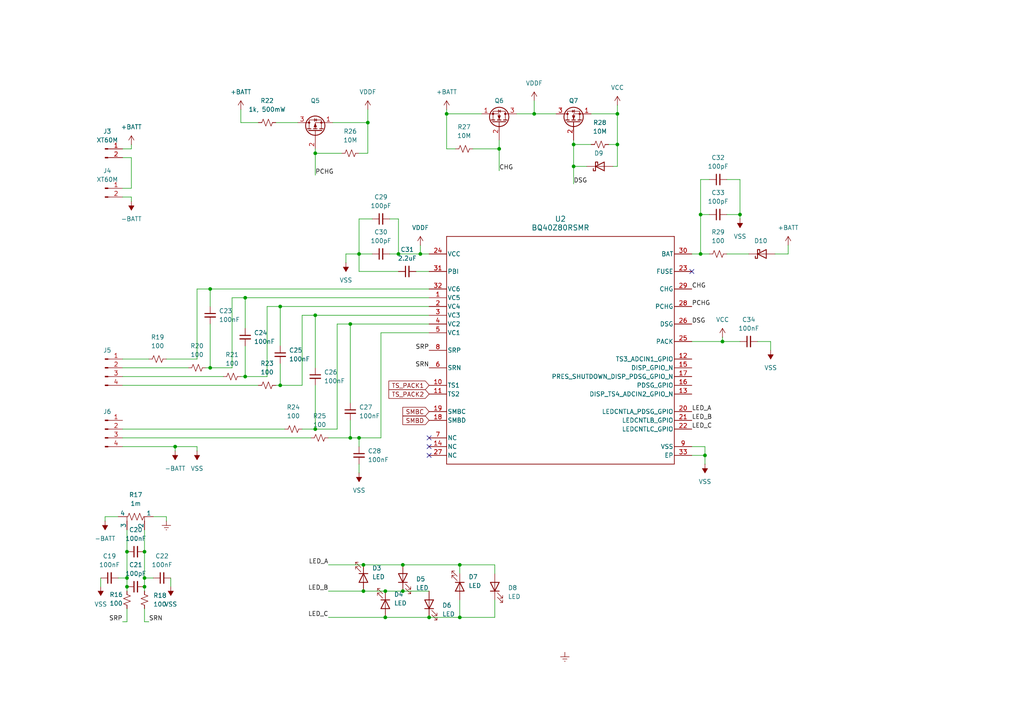
<source format=kicad_sch>
(kicad_sch (version 20250114) (generator "eeschema") (generator_version "9.0")
  (paper "A4")
  (lib_symbols
    (symbol "Connector:Conn_01x02_Pin" (pin_names (offset 1.016) (hide yes))
      (property "Reference" "J" (at 0 2.54 0))
      (property "Value" "Conn_01x02_Pin" (at 0 -5.08 0))
      (symbol "Conn_01x02_Pin_1_1"
        (rectangle (start 0.8636 0.127) (end 0 -0.127) (stroke (width 0.1524)) (fill (type outline)))
        (rectangle (start 0.8636 -2.413) (end 0 -2.667) (stroke (width 0.1524)) (fill (type outline)))
        (polyline (pts (xy 1.27 0) (xy 0.8636 0)) (stroke (width 0.1524)))
        (polyline (pts (xy 1.27 -2.54) (xy 0.8636 -2.54)) (stroke (width 0.1524)))
        (pin passive line (at 5.08 0 180) (length 3.81) (name "Pin_1") (number "1"))
        (pin passive line (at 5.08 -2.54 180) (length 3.81) (name "Pin_2") (number "2"))
      )
    )
    (symbol "Connector:Conn_01x04_Pin" (pin_names (offset 1.016) (hide yes))
      (property "Reference" "J" (at 0 5.08 0))
      (property "Value" "Conn_01x04_Pin" (at 0 -7.62 0))
      (symbol "Conn_01x04_Pin_1_1"
        (rectangle (start 0.8636 2.667) (end 0 2.413) (stroke (width 0.1524)) (fill (type outline)))
        (rectangle (start 0.8636 0.127) (end 0 -0.127) (stroke (width 0.1524)) (fill (type outline)))
        (rectangle (start 0.8636 -2.413) (end 0 -2.667) (stroke (width 0.1524)) (fill (type outline)))
        (rectangle (start 0.8636 -4.953) (end 0 -5.207) (stroke (width 0.1524)) (fill (type outline)))
        (polyline (pts (xy 1.27 2.54) (xy 0.8636 2.54)) (stroke (width 0.1524)))
        (polyline (pts (xy 1.27 0) (xy 0.8636 0)) (stroke (width 0.1524)))
        (polyline (pts (xy 1.27 -2.54) (xy 0.8636 -2.54)) (stroke (width 0.1524)))
        (polyline (pts (xy 1.27 -5.08) (xy 0.8636 -5.08)) (stroke (width 0.1524)))
        (pin passive line (at 5.08 2.54 180) (length 3.81) (name "Pin_1") (number "1"))
        (pin passive line (at 5.08 0 180) (length 3.81) (name "Pin_2") (number "2"))
        (pin passive line (at 5.08 -2.54 180) (length 3.81) (name "Pin_3") (number "3"))
        (pin passive line (at 5.08 -5.08 180) (length 3.81) (name "Pin_4") (number "4"))
      )
    )
    (symbol "Device:C_Small" (pin_numbers (hide yes)) (pin_names (offset 0.254) (hide yes))
      (property "Reference" "C" (at 0.254 1.778 0))
      (property "Value" "C_Small" (at 0.254 -2.032 0))
      (symbol "C_Small_0_1"
        (polyline (pts (xy -1.524 0.508) (xy 1.524 0.508)) (stroke (width 0.3048)))
        (polyline (pts (xy -1.524 -0.508) (xy 1.524 -0.508)) (stroke (width 0.3302)))
      )
      (symbol "C_Small_1_1"
        (pin passive line (at 0 2.54 270) (length 2.032) (name "~") (number "1"))
        (pin passive line (at 0 -2.54 90) (length 2.032) (name "~") (number "2"))
      )
    )
    (symbol "Device:D_Schottky" (pin_numbers (hide yes)) (pin_names (offset 1.016) (hide yes))
      (property "Reference" "D" (at 0 2.54 0))
      (property "Value" "D_Schottky" (at 0 -2.54 0))
      (symbol "D_Schottky_0_1"
        (polyline (pts (xy -1.905 0.635) (xy -1.905 1.27) (xy -1.27 1.27) (xy -1.27 -1.27) (xy -0.635 -1.27) (xy -0.635 -0.635)) (stroke (width 0.254)))
        (polyline (pts (xy 1.27 1.27) (xy 1.27 -1.27) (xy -1.27 0) (xy 1.27 1.27)) (stroke (width 0.254)))
        (polyline (pts (xy 1.27 0) (xy -1.27 0)))
      )
      (symbol "D_Schottky_1_1"
        (pin passive line (at -3.81 0 0) (length 2.54) (name "K") (number "1"))
        (pin passive line (at 3.81 0 180) (length 2.54) (name "A") (number "2"))
      )
    )
    (symbol "Device:LED" (pin_numbers (hide yes)) (pin_names (offset 1.016) (hide yes))
      (property "Reference" "D" (at 0 2.54 0))
      (property "Value" "LED" (at 0 -2.54 0))
      (symbol "LED_0_1"
        (polyline (pts (xy -3.048 -0.762) (xy -4.572 -2.286) (xy -3.81 -2.286) (xy -4.572 -2.286) (xy -4.572 -1.524)))
        (polyline (pts (xy -1.778 -0.762) (xy -3.302 -2.286) (xy -2.54 -2.286) (xy -3.302 -2.286) (xy -3.302 -1.524)))
        (polyline (pts (xy -1.27 0) (xy 1.27 0)))
        (polyline (pts (xy -1.27 -1.27) (xy -1.27 1.27)) (stroke (width 0.254)))
        (polyline (pts (xy 1.27 -1.27) (xy 1.27 1.27) (xy -1.27 0) (xy 1.27 -1.27)) (stroke (width 0.254)))
      )
      (symbol "LED_1_1"
        (pin passive line (at -3.81 0 0) (length 2.54) (name "K") (number "1"))
        (pin passive line (at 3.81 0 180) (length 2.54) (name "A") (number "2"))
      )
    )
    (symbol "Device:R_Shunt_US" (pin_numbers (hide yes)) (pin_names (offset 0))
      (property "Reference" "R" (at -5.08 0 90))
      (property "Value" "R_Shunt_US" (at -3.048 0 90))
      (symbol "R_Shunt_US_1_1"
        (polyline (pts (xy 0 2.286) (xy 0 2.54)))
        (polyline (pts (xy 0 2.286) (xy 1.016 1.905) (xy 0 1.524) (xy -1.016 1.143) (xy 0 0.762)))
        (polyline (pts (xy 0 0.762) (xy 1.016 0.381) (xy 0 0) (xy -1.016 -0.381) (xy 0 -0.762)))
        (polyline (pts (xy 0 -0.762) (xy 1.016 -1.143) (xy 0 -1.524) (xy -1.016 -1.905) (xy 0 -2.286)))
        (polyline (pts (xy 0 -2.286) (xy 0 -2.54)))
        (polyline (pts (xy 0 -2.54) (xy 1.27 -2.54)))
        (polyline (pts (xy 1.27 2.54) (xy 0 2.54)))
        (pin passive line (at 0 5.08 270) (length 2.54) (name "1") (number "1"))
        (pin passive line (at 0 -5.08 90) (length 2.54) (name "4") (number "4"))
        (pin passive line (at 3.81 2.54 180) (length 2.54) (name "2") (number "2"))
        (pin passive line (at 3.81 -2.54 180) (length 2.54) (name "3") (number "3"))
      )
    )
    (symbol "Device:R_Small_US" (pin_numbers (hide yes)) (pin_names (offset 0.254) (hide yes))
      (property "Reference" "R" (at 0.762 0.508 0))
      (property "Value" "R_Small_US" (at 0.762 -1.016 0))
      (symbol "R_Small_US_1_1"
        (polyline (pts (xy 0 1.524) (xy 1.016 1.143) (xy 0 0.762) (xy -1.016 0.381) (xy 0 0)))
        (polyline (pts (xy 0 0) (xy 1.016 -0.381) (xy 0 -0.762) (xy -1.016 -1.143) (xy 0 -1.524)))
        (pin passive line (at 0 2.54 270) (length 1.016) (name "~") (number "1"))
        (pin passive line (at 0 -2.54 90) (length 1.016) (name "~") (number "2"))
      )
    )
    (symbol "Transistor_FET:Q_NMOS_SGD" (pin_names (offset 0) (hide yes))
      (property "Reference" "Q" (at 5.08 1.905 0))
      (property "Value" "Q_NMOS_SGD" (at 5.08 0 0))
      (symbol "Q_NMOS_SGD_0_1"
        (polyline (pts (xy 0.254 1.905) (xy 0.254 -1.905)) (stroke (width 0.254)))
        (polyline (pts (xy 0.254 0) (xy -2.54 0)))
        (polyline (pts (xy 0.762 2.286) (xy 0.762 1.27)) (stroke (width 0.254)))
        (polyline (pts (xy 0.762 0.508) (xy 0.762 -0.508)) (stroke (width 0.254)))
        (polyline (pts (xy 0.762 -1.27) (xy 0.762 -2.286)) (stroke (width 0.254)))
        (polyline (pts (xy 0.762 -1.778) (xy 3.302 -1.778) (xy 3.302 1.778) (xy 0.762 1.778)))
        (polyline (pts (xy 1.016 0) (xy 2.032 0.381) (xy 2.032 -0.381) (xy 1.016 0)) (fill (type outline)))
        (circle (center 1.651 0) (radius 2.794) (stroke (width 0.254)))
        (polyline (pts (xy 2.54 2.54) (xy 2.54 1.778)))
        (circle (center 2.54 1.778) (radius 0.254) (fill (type outline)))
        (circle (center 2.54 -1.778) (radius 0.254) (fill (type outline)))
        (polyline (pts (xy 2.54 -2.54) (xy 2.54 0) (xy 0.762 0)))
        (polyline (pts (xy 2.921 0.381) (xy 3.683 0.381)))
        (polyline (pts (xy 3.302 0.381) (xy 2.921 -0.254) (xy 3.683 -0.254) (xy 3.302 0.381)))
      )
      (symbol "Q_NMOS_SGD_1_1"
        (pin input line (at -5.08 0 0) (length 5.08) (name "G") (number "2"))
        (pin passive line (at 2.54 5.08 270) (length 2.54) (name "D") (number "3"))
        (pin passive line (at 2.54 -5.08 90) (length 2.54) (name "S") (number "1"))
      )
    )
    (symbol "Transistor_FET:Q_PMOS_SGD" (pin_names (offset 0) (hide yes))
      (property "Reference" "Q" (at 5.08 1.905 0))
      (property "Value" "Q_PMOS_SGD" (at 5.08 0 0))
      (symbol "Q_PMOS_SGD_0_1"
        (polyline (pts (xy 0.254 1.905) (xy 0.254 -1.905)) (stroke (width 0.254)))
        (polyline (pts (xy 0.254 0) (xy -2.54 0)))
        (polyline (pts (xy 0.762 2.286) (xy 0.762 1.27)) (stroke (width 0.254)))
        (polyline (pts (xy 0.762 1.778) (xy 3.302 1.778) (xy 3.302 -1.778) (xy 0.762 -1.778)))
        (polyline (pts (xy 0.762 0.508) (xy 0.762 -0.508)) (stroke (width 0.254)))
        (polyline (pts (xy 0.762 -1.27) (xy 0.762 -2.286)) (stroke (width 0.254)))
        (circle (center 1.651 0) (radius 2.794) (stroke (width 0.254)))
        (polyline (pts (xy 2.286 0) (xy 1.27 0.381) (xy 1.27 -0.381) (xy 2.286 0)) (fill (type outline)))
        (polyline (pts (xy 2.54 2.54) (xy 2.54 1.778)))
        (circle (center 2.54 1.778) (radius 0.254) (fill (type outline)))
        (circle (center 2.54 -1.778) (radius 0.254) (fill (type outline)))
        (polyline (pts (xy 2.54 -2.54) (xy 2.54 0) (xy 0.762 0)))
        (polyline (pts (xy 2.921 -0.381) (xy 3.683 -0.381)))
        (polyline (pts (xy 3.302 -0.381) (xy 2.921 0.254) (xy 3.683 0.254) (xy 3.302 -0.381)))
      )
      (symbol "Q_PMOS_SGD_1_1"
        (pin input line (at -5.08 0 0) (length 2.54) (name "G") (number "2"))
        (pin passive line (at 2.54 5.08 270) (length 2.54) (name "D") (number "3"))
        (pin passive line (at 2.54 -5.08 90) (length 2.54) (name "S") (number "1"))
      )
    )
    (symbol "cyberec:BQ40Z80RSMR" (pin_names (offset 0.254))
      (property "Reference" "U" (at 0 2.54 0))
      (property "Value" "BQ40Z80RSMR" (at 0 0 0))
      (symbol "BQ40Z80RSMR_0_1"
        (polyline (pts (xy 5.08 5.08) (xy 5.08 -60.96)) (stroke (width 0.2032)))
        (polyline (pts (xy 5.08 -60.96) (xy 71.12 -60.96)) (stroke (width 0.2032)))
        (polyline (pts (xy 71.12 5.08) (xy 5.08 5.08)) (stroke (width 0.2032)))
        (polyline (pts (xy 71.12 -60.96) (xy 71.12 5.08)) (stroke (width 0.2032)))
        (pin power_in line (at 0 0 0) (length 5.08) (name "VCC") (number "24"))
        (pin power_in line (at 0 -5.08 0) (length 5.08) (name "PBI") (number "31"))
        (pin unspecified line (at 0 -10.16 0) (length 5.08) (name "VC6") (number "32"))
        (pin unspecified line (at 0 -12.7 0) (length 5.08) (name "VC5") (number "1"))
        (pin unspecified line (at 0 -15.24 0) (length 5.08) (name "VC4") (number "2"))
        (pin unspecified line (at 0 -17.78 0) (length 5.08) (name "VC3") (number "3"))
        (pin unspecified line (at 0 -20.32 0) (length 5.08) (name "VC2") (number "4"))
        (pin unspecified line (at 0 -22.86 0) (length 5.08) (name "VC1") (number "5"))
        (pin unspecified line (at 0 -27.94 0) (length 5.08) (name "SRP") (number "8"))
        (pin unspecified line (at 0 -33.02 0) (length 5.08) (name "SRN") (number "6"))
        (pin unspecified line (at 0 -38.1 0) (length 5.08) (name "TS1") (number "10"))
        (pin unspecified line (at 0 -40.64 0) (length 5.08) (name "TS2") (number "11"))
        (pin bidirectional line (at 0 -45.72 0) (length 5.08) (name "SMBC") (number "19"))
        (pin bidirectional line (at 0 -48.26 0) (length 5.08) (name "SMBD") (number "18"))
        (pin unspecified line (at 0 -53.34 0) (length 5.08) (name "NC") (number "7"))
        (pin unspecified line (at 0 -55.88 0) (length 5.08) (name "NC") (number "14"))
        (pin unspecified line (at 0 -58.42 0) (length 5.08) (name "NC") (number "27"))
        (pin power_in line (at 76.2 0 180) (length 5.08) (name "BAT") (number "30"))
        (pin unspecified line (at 76.2 -5.08 180) (length 5.08) (name "FUSE") (number "23"))
        (pin unspecified line (at 76.2 -10.16 180) (length 5.08) (name "CHG") (number "29"))
        (pin unspecified line (at 76.2 -15.24 180) (length 5.08) (name "PCHG") (number "28"))
        (pin unspecified line (at 76.2 -20.32 180) (length 5.08) (name "DSG") (number "26"))
        (pin unspecified line (at 76.2 -25.4 180) (length 5.08) (name "PACK") (number "25"))
        (pin bidirectional line (at 76.2 -30.48 180) (length 5.08) (name "TS3_ADCIN1_GPIO") (number "12"))
        (pin unspecified line (at 76.2 -33.02 180) (length 5.08) (name "DISP_GPIO_N") (number "15"))
        (pin unspecified line (at 76.2 -35.56 180) (length 5.08) (name "PRES_SHUTDOWN_DISP_PDSG_GPIO_N") (number "17"))
        (pin unspecified line (at 76.2 -38.1 180) (length 5.08) (name "PDSG_GPIO") (number "16"))
        (pin unspecified line (at 76.2 -40.64 180) (length 5.08) (name "DISP_TS4_ADCIN2_GPIO_N") (number "13"))
        (pin bidirectional line (at 76.2 -45.72 180) (length 5.08) (name "LEDCNTLA_PDSG_GPIO") (number "20"))
        (pin bidirectional line (at 76.2 -48.26 180) (length 5.08) (name "LEDCNTLB_GPIO") (number "21"))
        (pin bidirectional line (at 76.2 -50.8 180) (length 5.08) (name "LEDCNTLC_GPIO") (number "22"))
        (pin power_in line (at 76.2 -55.88 180) (length 5.08) (name "VSS") (number "9"))
        (pin unspecified line (at 76.2 -58.42 180) (length 5.08) (name "EP") (number "33"))
      )
    )
    (symbol "power:+BATT" (power) (pin_numbers (hide yes)) (pin_names (offset 0) (hide yes))
      (property "Value" "+BATT" (at 0 3.556 0))
      (symbol "+BATT_0_1"
        (polyline (pts (xy -0.762 1.27) (xy 0 2.54)))
        (polyline (pts (xy 0 2.54) (xy 0.762 1.27)))
        (polyline (pts (xy 0 0) (xy 0 2.54)))
      )
      (symbol "+BATT_1_1"
        (pin power_in line (at 0 0 90) (length 0) (name "~") (number "1"))
      )
    )
    (symbol "power:-BATT" (power) (pin_numbers (hide yes)) (pin_names (offset 0) (hide yes))
      (property "Value" "-BATT" (at 0 3.556 0))
      (symbol "-BATT_0_1"
        (polyline (pts (xy 0 0) (xy 0 2.54)))
        (polyline (pts (xy 0.762 1.27) (xy -0.762 1.27) (xy 0 2.54) (xy 0.762 1.27)) (fill (type outline)))
      )
      (symbol "-BATT_1_1"
        (pin power_in line (at 0 0 90) (length 0) (name "~") (number "1"))
      )
    )
    (symbol "power:Earth" (power) (pin_numbers (hide yes)) (pin_names (offset 0) (hide yes))
      (property "Value" "Earth" (at 0 -3.81 0))
      (symbol "Earth_0_1"
        (polyline (pts (xy -0.635 -1.905) (xy 0.635 -1.905)))
        (polyline (pts (xy -0.127 -2.54) (xy 0.127 -2.54)))
        (polyline (pts (xy 0 -1.27) (xy 0 0)))
        (polyline (pts (xy 1.27 -1.27) (xy -1.27 -1.27)))
      )
      (symbol "Earth_1_1"
        (pin power_in line (at 0 0 270) (length 0) (name "~") (number "1"))
      )
    )
    (symbol "power:VCC" (power) (pin_numbers (hide yes)) (pin_names (offset 0) (hide yes))
      (property "Value" "VCC" (at 0 3.556 0))
      (symbol "VCC_0_1"
        (polyline (pts (xy -0.762 1.27) (xy 0 2.54)))
        (polyline (pts (xy 0 2.54) (xy 0.762 1.27)))
        (polyline (pts (xy 0 0) (xy 0 2.54)))
      )
      (symbol "VCC_1_1"
        (pin power_in line (at 0 0 90) (length 0) (name "~") (number "1"))
      )
    )
    (symbol "power:VDDF" (power) (pin_numbers (hide yes)) (pin_names (offset 0) (hide yes))
      (property "Value" "VDDF" (at 0 3.556 0))
      (symbol "VDDF_0_1"
        (polyline (pts (xy -0.762 1.27) (xy 0 2.54)))
        (polyline (pts (xy 0 2.54) (xy 0.762 1.27)))
        (polyline (pts (xy 0 0) (xy 0 2.54)))
      )
      (symbol "VDDF_1_1"
        (pin power_in line (at 0 0 90) (length 0) (name "~") (number "1"))
      )
    )
    (symbol "power:VSS" (power) (pin_numbers (hide yes)) (pin_names (offset 0) (hide yes))
      (property "Value" "VSS" (at 0 3.556 0))
      (symbol "VSS_0_1"
        (polyline (pts (xy 0 0) (xy 0 2.54)))
        (polyline (pts (xy 0.762 1.27) (xy -0.762 1.27) (xy 0 2.54) (xy 0.762 1.27)) (fill (type outline)))
      )
      (symbol "VSS_1_1"
        (pin power_in line (at 0 0 90) (length 0) (name "~") (number "1"))
      )
    )
  )
  (junction (at 101.6 93.98))
  (junction (at 154.94 33.02))
  (junction (at 209.55 99.06))
  (junction (at 105.41 163.83))
  (junction (at 36.83 170.18))
  (junction (at 214.63 62.23))
  (junction (at 71.12 86.36))
  (junction (at 41.91 160.02))
  (junction (at 115.57 73.66))
  (junction (at 116.84 163.83))
  (junction (at 133.35 163.83))
  (junction (at 81.28 88.9))
  (junction (at 105.41 171.45))
  (junction (at 133.35 179.07))
  (junction (at 91.44 44.45))
  (junction (at 144.78 43.18))
  (junction (at 91.44 124.46))
  (junction (at 60.96 83.82))
  (junction (at 81.28 111.76))
  (junction (at 124.46 179.07))
  (junction (at 129.54 33.02))
  (junction (at 204.47 132.08))
  (junction (at 179.07 33.02))
  (junction (at 179.07 41.91))
  (junction (at 111.76 179.07))
  (junction (at 104.14 73.66))
  (junction (at 41.91 170.18))
  (junction (at 36.83 160.02))
  (junction (at 203.2 62.23))
  (junction (at 71.12 109.22))
  (junction (at 116.84 171.45))
  (junction (at 111.76 171.45))
  (junction (at 121.92 73.66))
  (junction (at 106.68 35.56))
  (junction (at 203.2 73.66))
  (junction (at 166.37 48.26))
  (junction (at 91.44 91.44))
  (junction (at 166.37 41.91))
  (junction (at 41.91 167.64))
  (junction (at 104.14 127))
  (junction (at 60.96 106.68))
  (junction (at 36.83 167.64))
  (junction (at 50.8 129.54))
  (junction (at 101.6 127))
  (no_connect (at 200.66 78.74))
  (no_connect (at 124.46 127))
  (no_connect (at 124.46 132.08))
  (no_connect (at 124.46 129.54))
  (wire (pts (xy 81.28 111.76) (xy 87.63 111.76)))
  (wire (pts (xy 210.82 73.66) (xy 217.17 73.66)))
  (wire (pts (xy 113.03 73.66) (xy 115.57 73.66)))
  (wire (pts (xy 120.65 78.74) (xy 124.46 78.74)))
  (wire (pts (xy 50.8 130.81) (xy 50.8 129.54)))
  (wire (pts (xy 101.6 93.98) (xy 124.46 93.98)))
  (wire (pts (xy 209.55 99.06) (xy 200.66 99.06)))
  (wire (pts (xy 91.44 124.46) (xy 87.63 124.46)))
  (wire (pts (xy 80.01 35.56) (xy 86.36 35.56)))
  (wire (pts (xy 60.96 83.82) (xy 124.46 83.82)))
  (wire (pts (xy 223.52 101.6) (xy 223.52 99.06)))
  (wire (pts (xy 144.78 43.18) (xy 144.78 49.53)))
  (wire (pts (xy 29.21 167.64) (xy 29.21 170.18)))
  (wire (pts (xy 77.47 109.22) (xy 77.47 88.9)))
  (wire (pts (xy 166.37 41.91) (xy 171.45 41.91)))
  (wire (pts (xy 57.15 129.54) (xy 50.8 129.54)))
  (wire (pts (xy 137.16 43.18) (xy 144.78 43.18)))
  (wire (pts (xy 105.41 163.83) (xy 116.84 163.83)))
  (wire (pts (xy 59.69 106.68) (xy 60.96 106.68)))
  (wire (pts (xy 115.57 73.66) (xy 121.92 73.66)))
  (wire (pts (xy 38.1 45.72) (xy 38.1 54.61)))
  (wire (pts (xy 41.91 180.34) (xy 43.18 180.34)))
  (wire (pts (xy 104.14 78.74) (xy 115.57 78.74)))
  (wire (pts (xy 81.28 88.9) (xy 81.28 100.33)))
  (wire (pts (xy 38.1 43.18) (xy 38.1 41.91)))
  (wire (pts (xy 203.2 52.07) (xy 203.2 62.23)))
  (wire (pts (xy 204.47 132.08) (xy 204.47 129.54)))
  (wire (pts (xy 91.44 91.44) (xy 91.44 106.68)))
  (wire (pts (xy 113.03 63.5) (xy 115.57 63.5)))
  (wire (pts (xy 35.56 129.54) (xy 50.8 129.54)))
  (wire (pts (xy 41.91 167.64) (xy 44.45 167.64)))
  (wire (pts (xy 30.48 149.86) (xy 34.29 149.86)))
  (wire (pts (xy 116.84 163.83) (xy 133.35 163.83)))
  (wire (pts (xy 110.49 127) (xy 104.14 127)))
  (wire (pts (xy 48.26 151.13) (xy 48.26 149.86)))
  (wire (pts (xy 116.84 171.45) (xy 124.46 171.45)))
  (wire (pts (xy 106.68 31.75) (xy 106.68 35.56)))
  (wire (pts (xy 91.44 91.44) (xy 124.46 91.44)))
  (wire (pts (xy 205.74 52.07) (xy 203.2 52.07)))
  (wire (pts (xy 36.83 160.02) (xy 36.83 167.64)))
  (wire (pts (xy 104.14 127) (xy 101.6 127)))
  (wire (pts (xy 115.57 63.5) (xy 115.57 73.66)))
  (wire (pts (xy 200.66 73.66) (xy 203.2 73.66)))
  (wire (pts (xy 97.79 124.46) (xy 97.79 93.98)))
  (wire (pts (xy 209.55 97.79) (xy 209.55 99.06)))
  (wire (pts (xy 104.14 78.74) (xy 104.14 73.66)))
  (wire (pts (xy 100.33 73.66) (xy 104.14 73.66)))
  (wire (pts (xy 143.51 179.07) (xy 133.35 179.07)))
  (wire (pts (xy 38.1 45.72) (xy 35.56 45.72)))
  (wire (pts (xy 35.56 180.34) (xy 36.83 180.34)))
  (wire (pts (xy 48.26 104.14) (xy 57.15 104.14)))
  (wire (pts (xy 67.31 86.36) (xy 71.12 86.36)))
  (wire (pts (xy 48.26 149.86) (xy 44.45 149.86)))
  (wire (pts (xy 87.63 91.44) (xy 91.44 91.44)))
  (wire (pts (xy 214.63 62.23) (xy 214.63 52.07)))
  (wire (pts (xy 49.53 167.64) (xy 49.53 170.18)))
  (wire (pts (xy 133.35 179.07) (xy 124.46 179.07)))
  (wire (pts (xy 124.46 179.07) (xy 111.76 179.07)))
  (wire (pts (xy 36.83 180.34) (xy 36.83 176.53)))
  (wire (pts (xy 99.06 44.45) (xy 91.44 44.45)))
  (wire (pts (xy 104.14 44.45) (xy 106.68 44.45)))
  (wire (pts (xy 200.66 132.08) (xy 204.47 132.08)))
  (wire (pts (xy 203.2 62.23) (xy 205.74 62.23)))
  (wire (pts (xy 179.07 41.91) (xy 179.07 33.02)))
  (wire (pts (xy 105.41 171.45) (xy 111.76 171.45)))
  (wire (pts (xy 57.15 83.82) (xy 60.96 83.82)))
  (wire (pts (xy 36.83 170.18) (xy 36.83 171.45)))
  (wire (pts (xy 95.25 163.83) (xy 105.41 163.83)))
  (wire (pts (xy 209.55 99.06) (xy 214.63 99.06)))
  (wire (pts (xy 69.85 35.56) (xy 74.93 35.56)))
  (wire (pts (xy 91.44 44.45) (xy 91.44 50.8)))
  (wire (pts (xy 214.63 52.07) (xy 210.82 52.07)))
  (wire (pts (xy 110.49 96.52) (xy 110.49 127)))
  (wire (pts (xy 41.91 167.64) (xy 41.91 170.18)))
  (wire (pts (xy 87.63 111.76) (xy 87.63 91.44)))
  (wire (pts (xy 91.44 111.76) (xy 91.44 124.46)))
  (wire (pts (xy 35.56 127) (xy 90.17 127)))
  (wire (pts (xy 133.35 163.83) (xy 133.35 166.37)))
  (wire (pts (xy 71.12 100.33) (xy 71.12 109.22)))
  (wire (pts (xy 228.6 73.66) (xy 224.79 73.66)))
  (wire (pts (xy 69.85 109.22) (xy 71.12 109.22)))
  (wire (pts (xy 41.91 160.02) (xy 41.91 167.64)))
  (wire (pts (xy 143.51 166.37) (xy 143.51 163.83)))
  (wire (pts (xy 166.37 40.64) (xy 166.37 41.91)))
  (wire (pts (xy 101.6 121.92) (xy 101.6 127)))
  (wire (pts (xy 129.54 31.75) (xy 129.54 33.02)))
  (wire (pts (xy 35.56 43.18) (xy 38.1 43.18)))
  (wire (pts (xy 91.44 44.45) (xy 91.44 43.18)))
  (wire (pts (xy 154.94 29.21) (xy 154.94 33.02)))
  (wire (pts (xy 176.53 41.91) (xy 179.07 41.91)))
  (wire (pts (xy 111.76 171.45) (xy 116.84 171.45)))
  (wire (pts (xy 124.46 96.52) (xy 110.49 96.52)))
  (wire (pts (xy 106.68 35.56) (xy 96.52 35.56)))
  (wire (pts (xy 166.37 41.91) (xy 166.37 48.26)))
  (wire (pts (xy 144.78 43.18) (xy 144.78 40.64)))
  (wire (pts (xy 97.79 93.98) (xy 101.6 93.98)))
  (wire (pts (xy 35.56 109.22) (xy 64.77 109.22)))
  (wire (pts (xy 214.63 63.5) (xy 214.63 62.23)))
  (wire (pts (xy 95.25 171.45) (xy 105.41 171.45)))
  (wire (pts (xy 71.12 86.36) (xy 124.46 86.36)))
  (wire (pts (xy 132.08 43.18) (xy 129.54 43.18)))
  (wire (pts (xy 166.37 48.26) (xy 170.18 48.26)))
  (wire (pts (xy 149.86 33.02) (xy 154.94 33.02)))
  (wire (pts (xy 210.82 62.23) (xy 214.63 62.23)))
  (wire (pts (xy 57.15 130.81) (xy 57.15 129.54)))
  (wire (pts (xy 95.25 179.07) (xy 111.76 179.07)))
  (wire (pts (xy 41.91 176.53) (xy 41.91 180.34)))
  (wire (pts (xy 36.83 153.67) (xy 36.83 160.02)))
  (wire (pts (xy 69.85 31.75) (xy 69.85 35.56)))
  (wire (pts (xy 121.92 71.12) (xy 121.92 73.66)))
  (wire (pts (xy 38.1 58.42) (xy 38.1 57.15)))
  (wire (pts (xy 35.56 106.68) (xy 54.61 106.68)))
  (wire (pts (xy 30.48 151.13) (xy 30.48 149.86)))
  (wire (pts (xy 179.07 30.48) (xy 179.07 33.02)))
  (wire (pts (xy 41.91 153.67) (xy 41.91 160.02)))
  (wire (pts (xy 154.94 33.02) (xy 161.29 33.02)))
  (wire (pts (xy 77.47 88.9) (xy 81.28 88.9)))
  (wire (pts (xy 133.35 173.99) (xy 133.35 179.07)))
  (wire (pts (xy 36.83 167.64) (xy 36.83 170.18)))
  (wire (pts (xy 121.92 73.66) (xy 124.46 73.66)))
  (wire (pts (xy 228.6 71.12) (xy 228.6 73.66)))
  (wire (pts (xy 60.96 106.68) (xy 67.31 106.68)))
  (wire (pts (xy 179.07 48.26) (xy 179.07 41.91)))
  (wire (pts (xy 91.44 124.46) (xy 97.79 124.46)))
  (wire (pts (xy 107.95 63.5) (xy 104.14 63.5)))
  (wire (pts (xy 67.31 106.68) (xy 67.31 86.36)))
  (wire (pts (xy 129.54 33.02) (xy 139.7 33.02)))
  (wire (pts (xy 204.47 129.54) (xy 200.66 129.54)))
  (wire (pts (xy 143.51 163.83) (xy 133.35 163.83)))
  (wire (pts (xy 34.29 167.64) (xy 36.83 167.64)))
  (wire (pts (xy 166.37 48.26) (xy 166.37 53.34)))
  (wire (pts (xy 203.2 62.23) (xy 203.2 73.66)))
  (wire (pts (xy 57.15 104.14) (xy 57.15 83.82)))
  (wire (pts (xy 35.56 111.76) (xy 74.93 111.76)))
  (wire (pts (xy 60.96 83.82) (xy 60.96 88.9)))
  (wire (pts (xy 106.68 44.45) (xy 106.68 35.56)))
  (wire (pts (xy 143.51 173.99) (xy 143.51 179.07)))
  (wire (pts (xy 81.28 111.76) (xy 81.28 105.41)))
  (wire (pts (xy 35.56 124.46) (xy 82.55 124.46)))
  (wire (pts (xy 71.12 86.36) (xy 71.12 95.25)))
  (wire (pts (xy 80.01 111.76) (xy 81.28 111.76)))
  (wire (pts (xy 104.14 127) (xy 104.14 129.54)))
  (wire (pts (xy 129.54 43.18) (xy 129.54 33.02)))
  (wire (pts (xy 41.91 170.18) (xy 41.91 171.45)))
  (wire (pts (xy 60.96 93.98) (xy 60.96 106.68)))
  (wire (pts (xy 177.8 48.26) (xy 179.07 48.26)))
  (wire (pts (xy 35.56 54.61) (xy 38.1 54.61)))
  (wire (pts (xy 179.07 33.02) (xy 171.45 33.02)))
  (wire (pts (xy 104.14 134.62) (xy 104.14 137.16)))
  (wire (pts (xy 203.2 73.66) (xy 205.74 73.66)))
  (wire (pts (xy 104.14 73.66) (xy 107.95 73.66)))
  (wire (pts (xy 43.18 104.14) (xy 35.56 104.14)))
  (wire (pts (xy 100.33 76.2) (xy 100.33 73.66)))
  (wire (pts (xy 95.25 127) (xy 101.6 127)))
  (wire (pts (xy 223.52 99.06) (xy 219.71 99.06)))
  (wire (pts (xy 204.47 134.62) (xy 204.47 132.08)))
  (wire (pts (xy 38.1 57.15) (xy 35.56 57.15)))
  (wire (pts (xy 81.28 88.9) (xy 124.46 88.9)))
  (wire (pts (xy 71.12 109.22) (xy 77.47 109.22)))
  (wire (pts (xy 104.14 63.5) (xy 104.14 73.66)))
  (wire (pts (xy 101.6 93.98) (xy 101.6 116.84)))
  (label "SRP" (at 35.56 180.34 180))
  (label "CHG" (at 200.66 83.82 0))
  (label "PCHG" (at 200.66 88.9 0))
  (label "LED_B" (at 200.66 121.92 0))
  (label "DSG" (at 166.37 53.34 0))
  (label "LED_A" (at 95.25 163.83 180))
  (label "LED_C" (at 200.66 124.46 0))
  (label "LED_C" (at 95.25 179.07 180))
  (label "LED_A" (at 200.66 119.38 0))
  (label "LED_B" (at 95.25 171.45 180))
  (label "PCHG" (at 91.44 50.8 0))
  (label "DSG" (at 200.66 93.98 0))
  (label "SRP" (at 124.46 101.6 180))
  (label "SRN" (at 43.18 180.34 0))
  (label "SRN" (at 124.46 106.68 180))
  (label "CHG" (at 144.78 49.53 0))
  (global_label "TS_PACK2" (shape input) (at 124.46 114.3 180) (property "Intersheetrefs" "${INTERSHEET_REFS}" (effects (hide yes))))
  (global_label "SMBD" (shape input) (at 124.46 121.92 180) (property "Intersheetrefs" "${INTERSHEET_REFS}" (effects (hide yes))))
  (global_label "SMBC" (shape input) (at 124.46 119.38 180) (property "Intersheetrefs" "${INTERSHEET_REFS}" (effects (hide yes))))
  (global_label "TS_PACK1" (shape input) (at 124.46 111.76 180) (property "Intersheetrefs" "${INTERSHEET_REFS}" (effects (hide yes))))
  (symbol (lib_id "Device:R_Shunt_US") (at 39.37 149.86 270) (unit 1)
    (property "Reference" "R17" (at 39.37 143.51 90))
    (property "Value" "1m" (at 39.37 146.05 90))
    (property "Footprint" "cyberec:R1206-sense-handsolder" (effects (hide yes)))
    (property "Description" "Shunt resistor, US symbol" (effects (hide yes)))
  )
  (symbol (lib_id "Device:LED") (at 105.41 167.64 270) (unit 1)
    (property "Reference" "D3" (at 107.95 164.7824 90) (effects (justify left)))
    (property "Value" "LED" (at 107.95 167.3224 90) (effects (justify left)))
    (property "Footprint" "LED_SMD:LED_0603_1608Metric_Pad1.05x0.95mm_HandSolder" (effects (hide yes)))
    (property "Description" "Light emitting diode" (effects (hide yes)))
    (property "Sim.Pins" "1=K 2=A" (effects (hide yes)))
  )
  (symbol (lib_id "power:-BATT") (at 50.8 130.81 180) (unit 1)
    (property "Reference" "#PWR041" (effects (hide yes)))
    (property "Value" "-BATT" (at 50.8 135.89 0))
    (property "Description" "Power symbol creates a global label with name \"-BATT\"" (effects (hide yes)))
  )
  (symbol (lib_id "Device:R_Small_US") (at 77.47 111.76 270) (unit 1)
    (property "Reference" "R23" (at 77.47 105.41 90))
    (property "Value" "100" (at 77.47 107.95 90))
    (property "Footprint" "Resistor_SMD:R_0603_1608Metric_Pad0.98x0.95mm_HandSolder" (effects (hide yes)))
    (property "Description" "Resistor, small US symbol" (effects (hide yes)))
  )
  (symbol (lib_id "power:+BATT") (at 129.54 31.75 0) (unit 1)
    (property "Reference" "#PWR048" (effects (hide yes)))
    (property "Value" "+BATT" (at 129.54 26.67 0))
    (property "Description" "Power symbol creates a global label with name \"+BATT\"" (effects (hide yes)))
  )
  (symbol (lib_id "Connector:Conn_01x04_Pin") (at 30.48 106.68 0) (unit 1)
    (property "Reference" "J5" (at 31.115 101.6 0))
    (property "Value" "Conn_01x04_Pin" (effects (hide yes)))
    (property "Footprint" "Connector_JST:JST_XH_B4B-XH-A_1x04_P2.50mm_Vertical" (effects (hide yes)))
    (property "Description" "Generic connector, single row, 01x04, script generated" (effects (hide yes)))
  )
  (symbol (lib_id "power:Earth") (at 163.83 189.23 0) (unit 1)
    (property "Reference" "#PWR050" (effects (hide yes)))
    (property "Value" "Earth" (effects (hide yes)))
    (property "Description" "Power symbol creates a global label with name \"Earth\"" (effects (hide yes)))
  )
  (symbol (lib_id "Device:R_Small_US") (at 45.72 104.14 270) (unit 1)
    (property "Reference" "R19" (at 45.72 97.79 90))
    (property "Value" "100" (at 45.72 100.33 90))
    (property "Footprint" "Resistor_SMD:R_0603_1608Metric_Pad0.98x0.95mm_HandSolder" (effects (hide yes)))
    (property "Description" "Resistor, small US symbol" (effects (hide yes)))
  )
  (symbol (lib_id "Device:C_Small") (at 31.75 167.64 90) (unit 1)
    (property "Reference" "C19" (at 31.7563 161.29 90))
    (property "Value" "100nF" (at 31.7563 163.83 90))
    (property "Footprint" "Capacitor_SMD:C_0603_1608Metric_Pad1.08x0.95mm_HandSolder" (effects (hide yes)))
    (property "Description" "Unpolarized capacitor, small symbol" (effects (hide yes)))
  )
  (symbol (lib_id "Device:C_Small") (at 71.12 97.79 0) (unit 1)
    (property "Reference" "C24" (at 73.66 96.5262 0) (effects (justify left)))
    (property "Value" "100nF" (at 73.66 99.0662 0) (effects (justify left)))
    (property "Footprint" "Capacitor_SMD:C_0603_1608Metric_Pad1.08x0.95mm_HandSolder" (effects (hide yes)))
    (property "Description" "Unpolarized capacitor, small symbol" (effects (hide yes)))
  )
  (symbol (lib_id "Device:C_Small") (at 217.17 99.06 90) (unit 1)
    (property "Reference" "C34" (at 217.1763 92.71 90))
    (property "Value" "100nF" (at 217.1763 95.25 90))
    (property "Footprint" "Capacitor_SMD:C_0603_1608Metric_Pad1.08x0.95mm_HandSolder" (effects (hide yes)))
    (property "Description" "Unpolarized capacitor, small symbol" (effects (hide yes)))
  )
  (symbol (lib_id "power:+BATT") (at 228.6 71.12 0) (unit 1)
    (property "Reference" "#PWR056" (effects (hide yes)))
    (property "Value" "+BATT" (at 228.6 66.04 0))
    (property "Description" "Power symbol creates a global label with name \"+BATT\"" (effects (hide yes)))
  )
  (symbol (lib_id "power:VDDF") (at 106.68 31.75 0) (unit 1)
    (property "Reference" "#PWR046" (effects (hide yes)))
    (property "Value" "VDDF" (at 106.68 26.67 0))
    (property "Description" "Power symbol creates a global label with name \"VDDF\"" (effects (hide yes)))
  )
  (symbol (lib_id "Device:R_Small_US") (at 134.62 43.18 270) (unit 1)
    (property "Reference" "R27" (at 134.62 36.83 90))
    (property "Value" "10M" (at 134.62 39.37 90))
    (property "Footprint" "Resistor_SMD:R_0402_1005Metric_Pad0.72x0.64mm_HandSolder" (effects (hide yes)))
    (property "Description" "Resistor, small US symbol" (effects (hide yes)))
  )
  (symbol (lib_id "Device:D_Schottky") (at 173.99 48.26 0) (mirror x) (unit 1)
    (property "Reference" "D9" (at 173.6725 44.45 0))
    (property "Value" "D_Schottky" (effects (hide yes)))
    (property "Footprint" "Diode_SMD:D_SMA_Handsoldering" (effects (hide yes)))
    (property "Description" "Schottky diode" (effects (hide yes)))
  )
  (symbol (lib_id "Device:C_Small") (at 208.28 52.07 90) (unit 1)
    (property "Reference" "C32" (at 208.2863 45.72 90))
    (property "Value" "100pF" (at 208.2863 48.26 90))
    (property "Footprint" "Capacitor_SMD:C_0603_1608Metric_Pad1.08x0.95mm_HandSolder" (effects (hide yes)))
    (property "Description" "Unpolarized capacitor, small symbol" (effects (hide yes)))
  )
  (symbol (lib_id "Device:D_Schottky") (at 220.98 73.66 0) (mirror x) (unit 1)
    (property "Reference" "D10" (at 220.6625 69.85 0))
    (property "Value" "D_Schottky" (effects (hide yes)))
    (property "Footprint" "Diode_SMD:D_SMA_Handsoldering" (effects (hide yes)))
    (property "Description" "Schottky diode" (effects (hide yes)))
  )
  (symbol (lib_id "Device:R_Small_US") (at 77.47 35.56 270) (unit 1)
    (property "Reference" "R22" (at 77.47 29.21 90))
    (property "Value" "1k, 500mW" (at 77.47 31.75 90))
    (property "Footprint" "Resistor_SMD:R_1210_3225Metric_Pad1.30x2.65mm_HandSolder" (effects (hide yes)))
    (property "Description" "Resistor, small US symbol" (effects (hide yes)))
  )
  (symbol (lib_id "power:VSS") (at 214.63 63.5 180) (unit 1)
    (property "Reference" "#PWR054" (effects (hide yes)))
    (property "Value" "VSS" (at 214.63 68.58 0))
    (property "Description" "Power symbol creates a global label with name \"VSS\"" (effects (hide yes)))
  )
  (symbol (lib_id "Device:C_Small") (at 110.49 63.5 90) (unit 1)
    (property "Reference" "C29" (at 110.4963 57.15 90))
    (property "Value" "100pF" (at 110.4963 59.69 90))
    (property "Footprint" "Capacitor_SMD:C_0603_1608Metric_Pad1.08x0.95mm_HandSolder" (effects (hide yes)))
    (property "Description" "Unpolarized capacitor, small symbol" (effects (hide yes)))
  )
  (symbol (lib_id "power:VCC") (at 209.55 97.79 0) (unit 1)
    (property "Reference" "#PWR053" (effects (hide yes)))
    (property "Value" "VCC" (at 209.55 92.71 0))
    (property "Description" "Power symbol creates a global label with name \"VCC\"" (effects (hide yes)))
  )
  (symbol (lib_id "power:VSS") (at 100.33 76.2 180) (unit 1)
    (property "Reference" "#PWR044" (effects (hide yes)))
    (property "Value" "VSS" (at 100.33 81.28 0))
    (property "Description" "Power symbol creates a global label with name \"VSS\"" (effects (hide yes)))
  )
  (symbol (lib_id "power:Earth") (at 48.26 151.13 0) (unit 1)
    (property "Reference" "#PWR039" (effects (hide yes)))
    (property "Value" "Earth" (effects (hide yes)))
    (property "Description" "Power symbol creates a global label with name \"Earth\"" (effects (hide yes)))
  )
  (symbol (lib_id "Device:R_Small_US") (at 85.09 124.46 270) (unit 1)
    (property "Reference" "R24" (at 85.09 118.11 90))
    (property "Value" "100" (at 85.09 120.65 90))
    (property "Footprint" "Resistor_SMD:R_0603_1608Metric_Pad0.98x0.95mm_HandSolder" (effects (hide yes)))
    (property "Description" "Resistor, small US symbol" (effects (hide yes)))
  )
  (symbol (lib_id "Device:R_Small_US") (at 92.71 127 270) (unit 1)
    (property "Reference" "R25" (at 92.71 120.65 90))
    (property "Value" "100" (at 92.71 123.19 90))
    (property "Footprint" "Resistor_SMD:R_0603_1608Metric_Pad0.98x0.95mm_HandSolder" (effects (hide yes)))
    (property "Description" "Resistor, small US symbol" (effects (hide yes)))
  )
  (symbol (lib_id "Device:R_Small_US") (at 36.83 173.99 180) (unit 1)
    (property "Reference" "R16" (at 31.75 172.466 0) (effects (justify right)))
    (property "Value" "100" (at 31.75 175.006 0) (effects (justify right)))
    (property "Footprint" "Resistor_SMD:R_0402_1005Metric_Pad0.72x0.64mm_HandSolder" (effects (hide yes)))
    (property "Description" "Resistor, small US symbol" (effects (hide yes)))
  )
  (symbol (lib_id "Transistor_FET:Q_NMOS_SGD") (at 166.37 35.56 90) (unit 1)
    (property "Reference" "Q7" (at 166.37 29.21 90))
    (property "Value" "Q_NMOS_DGS" (effects (hide yes)))
    (property "Footprint" "cyberec:DFN-8_L3.0-W3.0-P0.65-BL-4" (effects (hide yes)))
    (property "Description" "N-MOSFET transistor, source/gate/drain" (effects (hide yes)))
  )
  (symbol (lib_id "Connector:Conn_01x02_Pin") (at 30.48 43.18 0) (unit 1)
    (property "Reference" "J3" (at 31.115 38.1 0))
    (property "Value" "XT60M" (at 31.115 40.64 0))
    (property "Footprint" "Connector_AMASS:AMASS_XT60-M_1x02_P7.20mm_Vertical" (effects (hide yes)))
    (property "Description" "Generic connector, single row, 01x02, script generated" (effects (hide yes)))
  )
  (symbol (lib_id "Device:LED") (at 133.35 170.18 270) (unit 1)
    (property "Reference" "D7" (at 135.89 167.3224 90) (effects (justify left)))
    (property "Value" "LED" (at 135.89 169.8624 90) (effects (justify left)))
    (property "Footprint" "LED_SMD:LED_0603_1608Metric_Pad1.05x0.95mm_HandSolder" (effects (hide yes)))
    (property "Description" "Light emitting diode" (effects (hide yes)))
    (property "Sim.Pins" "1=K 2=A" (effects (hide yes)))
  )
  (symbol (lib_id "Device:LED") (at 124.46 175.26 90) (unit 1)
    (property "Reference" "D6" (at 128.27 175.5774 90) (effects (justify right)))
    (property "Value" "LED" (at 128.27 178.1174 90) (effects (justify right)))
    (property "Footprint" "LED_SMD:LED_0603_1608Metric_Pad1.05x0.95mm_HandSolder" (effects (hide yes)))
    (property "Description" "Light emitting diode" (effects (hide yes)))
    (property "Sim.Pins" "1=K 2=A" (effects (hide yes)))
  )
  (symbol (lib_id "power:-BATT") (at 38.1 58.42 180) (unit 1)
    (property "Reference" "#PWR038" (effects (hide yes)))
    (property "Value" "-BATT" (at 38.1 63.5 0))
    (property "Description" "Power symbol creates a global label with name \"-BATT\"" (effects (hide yes)))
  )
  (symbol (lib_id "Device:R_Small_US") (at 57.15 106.68 270) (unit 1)
    (property "Reference" "R20" (at 57.15 100.33 90))
    (property "Value" "100" (at 57.15 102.87 90))
    (property "Footprint" "Resistor_SMD:R_0603_1608Metric_Pad0.98x0.95mm_HandSolder" (effects (hide yes)))
    (property "Description" "Resistor, small US symbol" (effects (hide yes)))
  )
  (symbol (lib_id "power:-BATT") (at 30.48 151.13 180) (unit 1)
    (property "Reference" "#PWR036" (effects (hide yes)))
    (property "Value" "-BATT" (at 30.48 156.21 0))
    (property "Description" "Power symbol creates a global label with name \"-BATT\"" (effects (hide yes)))
  )
  (symbol (lib_id "power:VSS") (at 104.14 137.16 180) (unit 1)
    (property "Reference" "#PWR045" (effects (hide yes)))
    (property "Value" "VSS" (at 104.14 142.24 0))
    (property "Description" "Power symbol creates a global label with name \"VSS\"" (effects (hide yes)))
  )
  (symbol (lib_id "Transistor_FET:Q_NMOS_SGD") (at 144.78 35.56 270) (mirror x) (unit 1)
    (property "Reference" "Q6" (at 144.78 29.21 90))
    (property "Value" "Q_NMOS_DGS" (effects (hide yes)))
    (property "Footprint" "cyberec:DFN-8_L3.0-W3.0-P0.65-BL-4" (effects (hide yes)))
    (property "Description" "N-MOSFET transistor, source/gate/drain" (effects (hide yes)))
  )
  (symbol (lib_id "Device:C_Small") (at 91.44 109.22 0) (unit 1)
    (property "Reference" "C26" (at 93.98 107.9562 0) (effects (justify left)))
    (property "Value" "100nF" (at 93.98 110.4962 0) (effects (justify left)))
    (property "Footprint" "Capacitor_SMD:C_0603_1608Metric_Pad1.08x0.95mm_HandSolder" (effects (hide yes)))
    (property "Description" "Unpolarized capacitor, small symbol" (effects (hide yes)))
  )
  (symbol (lib_id "Device:C_Small") (at 60.96 91.44 0) (unit 1)
    (property "Reference" "C23" (at 63.5 90.1762 0) (effects (justify left)))
    (property "Value" "100nF" (at 63.5 92.7162 0) (effects (justify left)))
    (property "Footprint" "Capacitor_SMD:C_0603_1608Metric_Pad1.08x0.95mm_HandSolder" (effects (hide yes)))
    (property "Description" "Unpolarized capacitor, small symbol" (effects (hide yes)))
  )
  (symbol (lib_id "Transistor_FET:Q_PMOS_SGD") (at 91.44 38.1 90) (unit 1)
    (property "Reference" "Q5" (at 91.44 29.21 90))
    (property "Value" "Q_PMOS_SGD" (effects (hide yes)))
    (property "Footprint" "cyberec:DFN-8_L3.0-W3.0-P0.65-BL-4" (effects (hide yes)))
    (property "Description" "P-MOSFET transistor, source/gate/drain" (effects (hide yes)))
  )
  (symbol (lib_id "power:VCC") (at 179.07 30.48 0) (unit 1)
    (property "Reference" "#PWR051" (effects (hide yes)))
    (property "Value" "VCC" (at 179.07 25.4 0))
    (property "Description" "Power symbol creates a global label with name \"VCC\"" (effects (hide yes)))
  )
  (symbol (lib_id "Device:C_Small") (at 104.14 132.08 0) (unit 1)
    (property "Reference" "C28" (at 106.68 130.8162 0) (effects (justify left)))
    (property "Value" "100nF" (at 106.68 133.3562 0) (effects (justify left)))
    (property "Footprint" "Capacitor_SMD:C_0603_1608Metric_Pad1.08x0.95mm_HandSolder" (effects (hide yes)))
    (property "Description" "Unpolarized capacitor, small symbol" (effects (hide yes)))
  )
  (symbol (lib_id "Device:C_Small") (at 81.28 102.87 0) (unit 1)
    (property "Reference" "C25" (at 83.82 101.6062 0) (effects (justify left)))
    (property "Value" "100nF" (at 83.82 104.1462 0) (effects (justify left)))
    (property "Footprint" "Capacitor_SMD:C_0603_1608Metric_Pad1.08x0.95mm_HandSolder" (effects (hide yes)))
    (property "Description" "Unpolarized capacitor, small symbol" (effects (hide yes)))
  )
  (symbol (lib_id "cyberec:BQ40Z80RSMR") (at 124.46 73.66 0) (unit 1)
    (property "Reference" "U2" (at 162.56 63.5 0) (effects (font (size 1.524 1.524))))
    (property "Value" "BQ40Z80RSMR" (at 162.56 66.04 0) (effects (font (size 1.524 1.524))))
    (property "Footprint" "cyberec:RSM0032A-IPC_A" (effects (hide yes)))
    (property "Datasheet" "https://www.ti.com/lit/gpn/bq40z80" (effects (hide yes)))
  )
  (symbol (lib_id "Device:C_Small") (at 118.11 78.74 90) (unit 1)
    (property "Reference" "C31" (at 118.1163 72.39 90))
    (property "Value" "2.2uF" (at 118.1163 74.93 90))
    (property "Footprint" "Capacitor_SMD:C_0603_1608Metric_Pad1.08x0.95mm_HandSolder" (effects (hide yes)))
    (property "Description" "Unpolarized capacitor, small symbol" (effects (hide yes)))
  )
  (symbol (lib_id "power:+BATT") (at 69.85 31.75 0) (unit 1)
    (property "Reference" "#PWR043" (effects (hide yes)))
    (property "Value" "+BATT" (at 69.85 26.67 0))
    (property "Description" "Power symbol creates a global label with name \"+BATT\"" (effects (hide yes)))
  )
  (symbol (lib_id "Device:LED") (at 116.84 167.64 90) (unit 1)
    (property "Reference" "D5" (at 120.65 167.9574 90) (effects (justify right)))
    (property "Value" "LED" (at 120.65 170.4974 90) (effects (justify right)))
    (property "Footprint" "LED_SMD:LED_0603_1608Metric_Pad1.05x0.95mm_HandSolder" (effects (hide yes)))
    (property "Description" "Light emitting diode" (effects (hide yes)))
    (property "Sim.Pins" "1=K 2=A" (effects (hide yes)))
  )
  (symbol (lib_id "Device:R_Small_US") (at 208.28 73.66 270) (unit 1)
    (property "Reference" "R29" (at 208.28 67.31 90))
    (property "Value" "100" (at 208.28 69.85 90))
    (property "Footprint" "Resistor_SMD:R_0603_1608Metric_Pad0.98x0.95mm_HandSolder" (effects (hide yes)))
    (property "Description" "Resistor, small US symbol" (effects (hide yes)))
  )
  (symbol (lib_id "power:VDDF") (at 121.92 71.12 0) (unit 1)
    (property "Reference" "#PWR047" (effects (hide yes)))
    (property "Value" "VDDF" (at 121.92 66.04 0))
    (property "Description" "Power symbol creates a global label with name \"VDDF\"" (effects (hide yes)))
  )
  (symbol (lib_id "power:VSS") (at 29.21 170.18 180) (unit 1)
    (property "Reference" "#PWR035" (effects (hide yes)))
    (property "Value" "VSS" (at 29.21 175.26 0))
    (property "Description" "Power symbol creates a global label with name \"VSS\"" (effects (hide yes)))
  )
  (symbol (lib_id "Device:R_Small_US") (at 41.91 173.99 180) (unit 1)
    (property "Reference" "R18" (at 44.45 172.7199 0) (effects (justify right)))
    (property "Value" "100" (at 44.45 175.2599 0) (effects (justify right)))
    (property "Footprint" "Resistor_SMD:R_0603_1608Metric_Pad0.98x0.95mm_HandSolder" (effects (hide yes)))
    (property "Description" "Resistor, small US symbol" (effects (hide yes)))
  )
  (symbol (lib_id "Device:C_Small") (at 110.49 73.66 90) (unit 1)
    (property "Reference" "C30" (at 110.4963 67.31 90))
    (property "Value" "100pF" (at 110.4963 69.85 90))
    (property "Footprint" "Capacitor_SMD:C_0603_1608Metric_Pad1.08x0.95mm_HandSolder" (effects (hide yes)))
    (property "Description" "Unpolarized capacitor, small symbol" (effects (hide yes)))
  )
  (symbol (lib_id "Device:C_Small") (at 208.28 62.23 90) (unit 1)
    (property "Reference" "C33" (at 208.2863 55.88 90))
    (property "Value" "100pF" (at 208.2863 58.42 90))
    (property "Footprint" "Capacitor_SMD:C_0603_1608Metric_Pad1.08x0.95mm_HandSolder" (effects (hide yes)))
    (property "Description" "Unpolarized capacitor, small symbol" (effects (hide yes)))
  )
  (symbol (lib_id "Device:C_Small") (at 101.6 119.38 0) (unit 1)
    (property "Reference" "C27" (at 104.14 118.1162 0) (effects (justify left)))
    (property "Value" "100nF" (at 104.14 120.6562 0) (effects (justify left)))
    (property "Footprint" "Capacitor_SMD:C_0603_1608Metric_Pad1.08x0.95mm_HandSolder" (effects (hide yes)))
    (property "Description" "Unpolarized capacitor, small symbol" (effects (hide yes)))
  )
  (symbol (lib_id "Device:R_Small_US") (at 67.31 109.22 270) (unit 1)
    (property "Reference" "R21" (at 67.31 102.87 90))
    (property "Value" "100" (at 67.31 105.41 90))
    (property "Footprint" "Resistor_SMD:R_0603_1608Metric_Pad0.98x0.95mm_HandSolder" (effects (hide yes)))
    (property "Description" "Resistor, small US symbol" (effects (hide yes)))
  )
  (symbol (lib_id "power:+BATT") (at 38.1 41.91 0) (unit 1)
    (property "Reference" "#PWR037" (effects (hide yes)))
    (property "Value" "+BATT" (at 38.1 36.83 0))
    (property "Description" "Power symbol creates a global label with name \"+BATT\"" (effects (hide yes)))
  )
  (symbol (lib_id "power:VDDF") (at 154.94 29.21 0) (unit 1)
    (property "Reference" "#PWR049" (effects (hide yes)))
    (property "Value" "VDDF" (at 154.94 24.13 0))
    (property "Description" "Power symbol creates a global label with name \"VDDF\"" (effects (hide yes)))
  )
  (symbol (lib_id "Device:R_Small_US") (at 101.6 44.45 270) (unit 1)
    (property "Reference" "R26" (at 101.6 38.1 90))
    (property "Value" "10M" (at 101.6 40.64 90))
    (property "Footprint" "Resistor_SMD:R_0402_1005Metric_Pad0.72x0.64mm_HandSolder" (effects (hide yes)))
    (property "Description" "Resistor, small US symbol" (effects (hide yes)))
  )
  (symbol (lib_id "power:VSS") (at 57.15 130.81 180) (unit 1)
    (property "Reference" "#PWR042" (effects (hide yes)))
    (property "Value" "VSS" (at 57.15 135.89 0))
    (property "Description" "Power symbol creates a global label with name \"VSS\"" (effects (hide yes)))
  )
  (symbol (lib_id "power:VSS") (at 204.47 134.62 180) (unit 1)
    (property "Reference" "#PWR052" (effects (hide yes)))
    (property "Value" "VSS" (at 204.47 139.7 0))
    (property "Description" "Power symbol creates a global label with name \"VSS\"" (effects (hide yes)))
  )
  (symbol (lib_id "power:VSS") (at 49.53 170.18 180) (unit 1)
    (property "Reference" "#PWR040" (effects (hide yes)))
    (property "Value" "VSS" (at 49.53 175.26 0))
    (property "Description" "Power symbol creates a global label with name \"VSS\"" (effects (hide yes)))
  )
  (symbol (lib_id "Connector:Conn_01x02_Pin") (at 30.48 54.61 0) (unit 1)
    (property "Reference" "J4" (at 31.115 49.53 0))
    (property "Value" "XT60M" (at 31.115 52.07 0))
    (property "Footprint" "Connector_AMASS:AMASS_XT60-M_1x02_P7.20mm_Vertical" (effects (hide yes)))
    (property "Description" "Generic connector, single row, 01x02, script generated" (effects (hide yes)))
  )
  (symbol (lib_id "Device:LED") (at 111.76 175.26 270) (unit 1)
    (property "Reference" "D4" (at 114.3 172.4024 90) (effects (justify left)))
    (property "Value" "LED" (at 114.3 174.9424 90) (effects (justify left)))
    (property "Footprint" "LED_SMD:LED_0603_1608Metric_Pad1.05x0.95mm_HandSolder" (effects (hide yes)))
    (property "Description" "Light emitting diode" (effects (hide yes)))
    (property "Sim.Pins" "1=K 2=A" (effects (hide yes)))
  )
  (symbol (lib_id "Device:LED") (at 143.51 170.18 90) (unit 1)
    (property "Reference" "D8" (at 147.32 170.4974 90) (effects (justify right)))
    (property "Value" "LED" (at 147.32 173.0374 90) (effects (justify right)))
    (property "Footprint" "LED_SMD:LED_0603_1608Metric_Pad1.05x0.95mm_HandSolder" (effects (hide yes)))
    (property "Description" "Light emitting diode" (effects (hide yes)))
    (property "Sim.Pins" "1=K 2=A" (effects (hide yes)))
  )
  (symbol (lib_id "Device:C_Small") (at 39.37 170.18 90) (unit 1)
    (property "Reference" "C21" (at 39.3763 163.83 90))
    (property "Value" "100pF" (at 39.3763 166.37 90))
    (property "Footprint" "Capacitor_SMD:C_0603_1608Metric_Pad1.08x0.95mm_HandSolder" (effects (hide yes)))
    (property "Description" "Unpolarized capacitor, small symbol" (effects (hide yes)))
  )
  (symbol (lib_id "Device:R_Small_US") (at 173.99 41.91 270) (unit 1)
    (property "Reference" "R28" (at 173.99 35.56 90))
    (property "Value" "10M" (at 173.99 38.1 90))
    (property "Footprint" "Resistor_SMD:R_0402_1005Metric_Pad0.72x0.64mm_HandSolder" (effects (hide yes)))
    (property "Description" "Resistor, small US symbol" (effects (hide yes)))
  )
  (symbol (lib_id "Device:C_Small") (at 39.37 160.02 90) (unit 1)
    (property "Reference" "C20" (at 39.3763 153.67 90))
    (property "Value" "100nF" (at 39.3763 156.21 90))
    (property "Footprint" "Capacitor_SMD:C_0603_1608Metric_Pad1.08x0.95mm_HandSolder" (effects (hide yes)))
    (property "Description" "Unpolarized capacitor, small symbol" (effects (hide yes)))
  )
  (symbol (lib_id "Connector:Conn_01x04_Pin") (at 30.48 124.46 0) (unit 1)
    (property "Reference" "J6" (at 31.115 119.38 0))
    (property "Value" "Conn_01x04_Pin" (effects (hide yes)))
    (property "Footprint" "Connector_JST:JST_XH_B4B-XH-A_1x04_P2.50mm_Vertical" (effects (hide yes)))
    (property "Description" "Generic connector, single row, 01x04, script generated" (effects (hide yes)))
  )
  (symbol (lib_id "Device:C_Small") (at 46.99 167.64 90) (unit 1)
    (property "Reference" "C22" (at 46.9963 161.29 90))
    (property "Value" "100nF" (at 46.9963 163.83 90))
    (property "Footprint" "Capacitor_SMD:C_0603_1608Metric_Pad1.08x0.95mm_HandSolder" (effects (hide yes)))
    (property "Description" "Unpolarized capacitor, small symbol" (effects (hide yes)))
  )
  (symbol (lib_id "power:VSS") (at 223.52 101.6 180) (unit 1)
    (property "Reference" "#PWR055" (effects (hide yes)))
    (property "Value" "VSS" (at 223.52 106.68 0))
    (property "Description" "Power symbol creates a global label with name \"VSS\"" (effects (hide yes)))
  )
)
</source>
